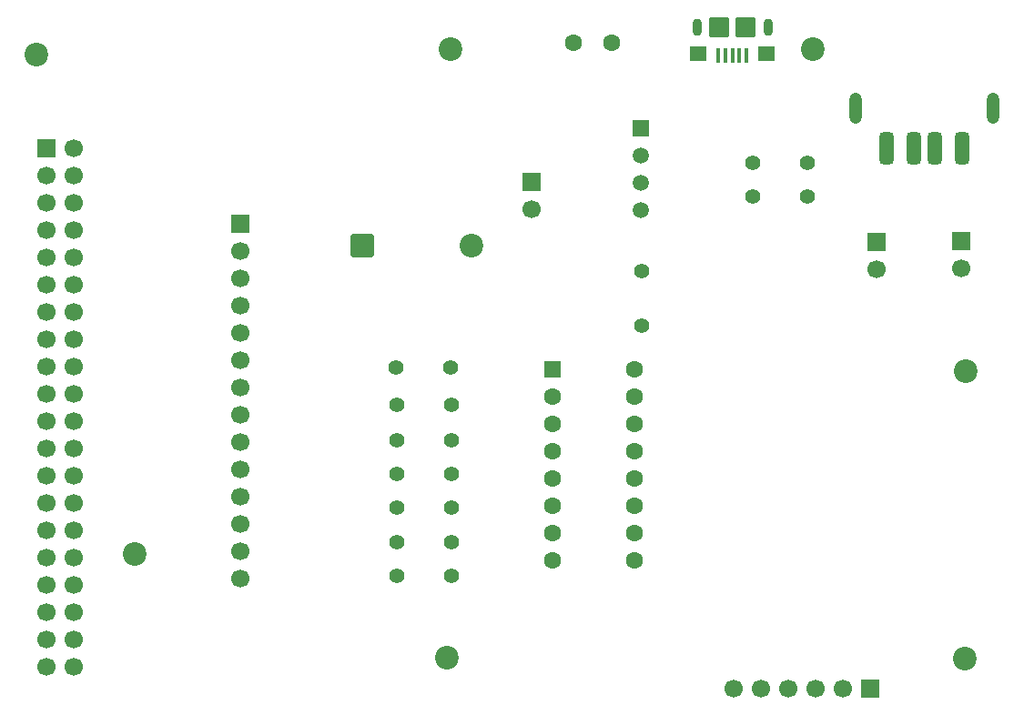
<source format=gbr>
%TF.GenerationSoftware,KiCad,Pcbnew,9.0.2-2.fc42*%
%TF.CreationDate,2025-07-04T09:44:31+12:00*%
%TF.ProjectId,smartclockpi,736d6172-7463-46c6-9f63-6b70692e6b69,rev?*%
%TF.SameCoordinates,Original*%
%TF.FileFunction,Soldermask,Top*%
%TF.FilePolarity,Negative*%
%FSLAX46Y46*%
G04 Gerber Fmt 4.6, Leading zero omitted, Abs format (unit mm)*
G04 Created by KiCad (PCBNEW 9.0.2-2.fc42) date 2025-07-04 09:44:31*
%MOMM*%
%LPD*%
G01*
G04 APERTURE LIST*
G04 Aperture macros list*
%AMRoundRect*
0 Rectangle with rounded corners*
0 $1 Rounding radius*
0 $2 $3 $4 $5 $6 $7 $8 $9 X,Y pos of 4 corners*
0 Add a 4 corners polygon primitive as box body*
4,1,4,$2,$3,$4,$5,$6,$7,$8,$9,$2,$3,0*
0 Add four circle primitives for the rounded corners*
1,1,$1+$1,$2,$3*
1,1,$1+$1,$4,$5*
1,1,$1+$1,$6,$7*
1,1,$1+$1,$8,$9*
0 Add four rect primitives between the rounded corners*
20,1,$1+$1,$2,$3,$4,$5,0*
20,1,$1+$1,$4,$5,$6,$7,0*
20,1,$1+$1,$6,$7,$8,$9,0*
20,1,$1+$1,$8,$9,$2,$3,0*%
G04 Aperture macros list end*
%ADD10C,1.600000*%
%ADD11R,1.700000X1.700000*%
%ADD12C,1.700000*%
%ADD13C,1.400000*%
%ADD14RoundRect,0.249999X-0.850001X-0.850001X0.850001X-0.850001X0.850001X0.850001X-0.850001X0.850001X0*%
%ADD15C,2.200000*%
%ADD16RoundRect,0.250000X-0.550000X-0.550000X0.550000X-0.550000X0.550000X0.550000X-0.550000X0.550000X0*%
%ADD17RoundRect,0.325000X0.325000X1.175000X-0.325000X1.175000X-0.325000X-1.175000X0.325000X-1.175000X0*%
%ADD18O,1.200000X2.900000*%
%ADD19RoundRect,0.100000X0.100000X0.575000X-0.100000X0.575000X-0.100000X-0.575000X0.100000X-0.575000X0*%
%ADD20O,0.900000X1.600000*%
%ADD21RoundRect,0.250000X0.550000X0.450000X-0.550000X0.450000X-0.550000X-0.450000X0.550000X-0.450000X0*%
%ADD22RoundRect,0.250000X0.700000X0.700000X-0.700000X0.700000X-0.700000X-0.700000X0.700000X-0.700000X0*%
%ADD23R,1.500000X1.500000*%
%ADD24C,1.500000*%
G04 APERTURE END LIST*
D10*
%TO.C,R1*%
X93500000Y-71900000D03*
X97000000Y-71900000D03*
%TD*%
D11*
%TO.C,J3*%
X62500000Y-88710000D03*
D12*
X62500000Y-91250000D03*
X62500000Y-93790000D03*
X62500000Y-96330000D03*
X62500000Y-98870000D03*
X62500000Y-101410000D03*
X62500000Y-103950000D03*
X62500000Y-106490000D03*
X62500000Y-109030000D03*
X62500000Y-111570000D03*
X62500000Y-114110000D03*
X62500000Y-116650000D03*
X62500000Y-119190000D03*
X62500000Y-121730000D03*
%TD*%
D13*
%TO.C,R9*%
X77010000Y-121500000D03*
X82090000Y-121500000D03*
%TD*%
D11*
%TO.C,J2*%
X121082200Y-132035000D03*
D12*
X118542200Y-132035000D03*
X116002200Y-132035000D03*
X113462200Y-132035000D03*
X110922200Y-132035000D03*
X108382200Y-132035000D03*
%TD*%
D14*
%TO.C,D1*%
X73812400Y-90805000D03*
D15*
X83972400Y-90805000D03*
%TD*%
D13*
%TO.C,R4*%
X77010000Y-105600000D03*
X82090000Y-105600000D03*
%TD*%
D11*
%TO.C,J9*%
X89535000Y-84886800D03*
D12*
X89535000Y-87426800D03*
%TD*%
D16*
%TO.C,U2*%
X91500000Y-102300000D03*
D10*
X91500000Y-104840000D03*
X91500000Y-107380000D03*
X91500000Y-109920000D03*
X91500000Y-112460000D03*
X91500000Y-115000000D03*
X91500000Y-117540000D03*
X91500000Y-120080000D03*
X99120000Y-120080000D03*
X99120000Y-117540000D03*
X99120000Y-115000000D03*
X99120000Y-112460000D03*
X99120000Y-109920000D03*
X99120000Y-107380000D03*
X99120000Y-104840000D03*
X99120000Y-102300000D03*
%TD*%
D15*
%TO.C,REF\u002A\u002A*%
X52700000Y-119500000D03*
%TD*%
D11*
%TO.C,J1*%
X44475400Y-81762600D03*
D12*
X47015400Y-81762600D03*
X44475400Y-84302600D03*
X47015400Y-84302600D03*
X44475400Y-86842600D03*
X47015400Y-86842600D03*
X44475400Y-89382600D03*
X47015400Y-89382600D03*
X44475400Y-91922600D03*
X47015400Y-91922600D03*
X44475400Y-94462600D03*
X47015400Y-94462600D03*
X44475400Y-97002600D03*
X47015400Y-97002600D03*
X44475400Y-99542600D03*
X47015400Y-99542600D03*
X44475400Y-102082600D03*
X47015400Y-102082600D03*
X44475400Y-104622600D03*
X47015400Y-104622600D03*
X44475400Y-107162600D03*
X47015400Y-107162600D03*
X44475400Y-109702600D03*
X47015400Y-109702600D03*
X44475400Y-112242600D03*
X47015400Y-112242600D03*
X44475400Y-114782600D03*
X47015400Y-114782600D03*
X44475400Y-117322600D03*
X47015400Y-117322600D03*
X44475400Y-119862600D03*
X47015400Y-119862600D03*
X44475400Y-122402600D03*
X47015400Y-122402600D03*
X44475400Y-124942600D03*
X47015400Y-124942600D03*
X44475400Y-127482600D03*
X47015400Y-127482600D03*
X44475400Y-130022600D03*
X47015400Y-130022600D03*
%TD*%
D17*
%TO.C,J6*%
X129600000Y-81700000D03*
X127100000Y-81700000D03*
X125100000Y-81700000D03*
X122600000Y-81700000D03*
D18*
X132500000Y-78000000D03*
X119700000Y-78000000D03*
%TD*%
D19*
%TO.C,J5*%
X109550000Y-73125000D03*
X108900000Y-73125000D03*
X108250000Y-73125000D03*
X107600000Y-73125000D03*
X106950000Y-73125000D03*
D20*
X111550000Y-70450000D03*
D21*
X111450000Y-72900000D03*
D22*
X109450000Y-70450000D03*
X107050000Y-70450000D03*
D21*
X105050000Y-72900000D03*
D20*
X104950000Y-70450000D03*
%TD*%
D13*
%TO.C,R6*%
X77010000Y-112050000D03*
X82090000Y-112050000D03*
%TD*%
D15*
%TO.C,REF\u002A\u002A*%
X81700000Y-129100000D03*
%TD*%
D13*
%TO.C,R8*%
X77010000Y-118350000D03*
X82090000Y-118350000D03*
%TD*%
D15*
%TO.C,REF\u002A\u002A*%
X115700000Y-72500000D03*
%TD*%
%TO.C,REF\u002A\u002A*%
X129900000Y-129200000D03*
%TD*%
%TO.C,REF\u002A\u002A*%
X43500000Y-73000000D03*
%TD*%
D13*
%TO.C,R5*%
X77010000Y-108900000D03*
X82090000Y-108900000D03*
%TD*%
D11*
%TO.C,J8*%
X129565000Y-90393200D03*
D12*
X129565000Y-92933200D03*
%TD*%
D13*
%TO.C,R3*%
X76920000Y-102100000D03*
X82000000Y-102100000D03*
%TD*%
%TO.C,R7*%
X77010000Y-115200000D03*
X82090000Y-115200000D03*
%TD*%
D23*
%TO.C,U3*%
X99750000Y-79880000D03*
D24*
X99750000Y-82420000D03*
X99750000Y-84960000D03*
X99750000Y-87500000D03*
%TD*%
D15*
%TO.C,REF\u002A\u002A*%
X82000000Y-72500000D03*
%TD*%
D11*
%TO.C,J7*%
X121666000Y-90424000D03*
D12*
X121666000Y-92964000D03*
%TD*%
D13*
%TO.C,R2*%
X99800000Y-98240000D03*
X99800000Y-93160000D03*
%TD*%
%TO.C,R12*%
X110170000Y-83100000D03*
X115250000Y-83100000D03*
%TD*%
%TO.C,R13*%
X110170000Y-86250000D03*
X115250000Y-86250000D03*
%TD*%
D15*
%TO.C,REF\u002A\u002A*%
X130000000Y-102500000D03*
%TD*%
M02*

</source>
